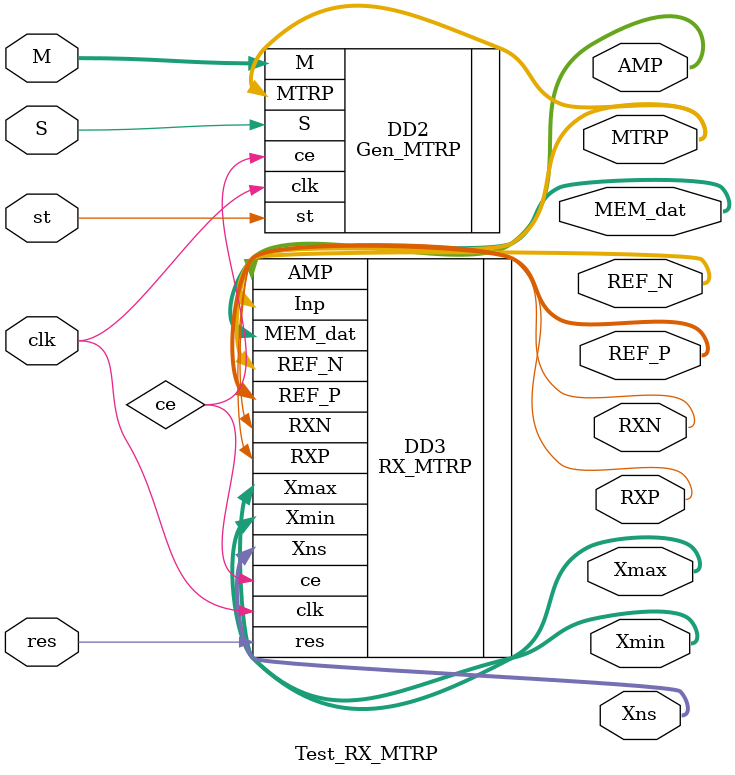
<source format=v>
module Test_RX_MTRP(
input clk, output wire [11:0]MTRP,
input st, output wire [11:0]MEM_dat,
input [5:0] M, output wire [11:0]Xmax,
input S, output wire [11:0]Xns,
input res, output wire [11:0]Xmin, output wire [11:0]REF_P,
output wire [11:0]REF_N,
output wire RXP,
output wire RXN,
output wire [10:0]AMP);
wire ce ;
Gen_MTRP DD2 ( .clk(clk), .MTRP(MTRP),
.st(st), .ce(ce),
.M(M),
.S(S));
RX_MTRP DD3 ( .Inp(MTRP), .MEM_dat(MEM_dat),
.clk(clk), .RXP(RXP),
.ce(ce), .RXN(RXN), .res(res), .Xmax(Xmax),
.Xns(Xns),
.Xmin(Xmin),
.REF_P(REF_P),
.REF_N(REF_N),
.AMP(AMP));
endmodule
</source>
